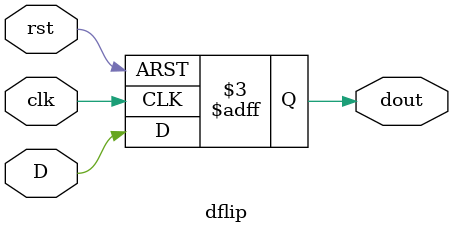
<source format=v>
`timescale 1ns / 1ps

module dflip(
    input D,
    input clk,
    input rst,
    output reg dout
    );

always @(posedge clk, posedge rst)
begin
   if (rst == 1)
   begin
       dout <= 1'b0;
   end
   else
   begin
       dout <= D;
   end
end
endmodule

</source>
